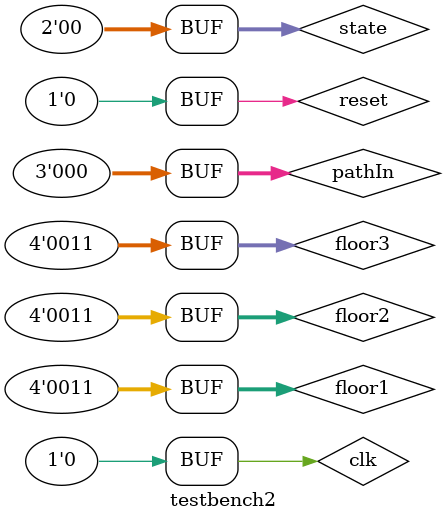
<source format=sv>
`timescale 1ns / 1ps


module testbench2();

logic clk, reset;
logic [1:0] state;
logic [2:0] pathIn;
logic [3:0] floor1;
logic [3:0] floor2;
logic [3:0] floor3;

 nextstatelogic dut( clk , reset , pathIn, state, floor1, floor2, floor3, direction, nextstate, path );

//generate clock
always 
    begin
        clk = 1; #5; clk = 0; #5;
    end
    
    initial 
    begin 
    reset = 1; state = 2'b00; floor1 = 4'b0011; floor2 = 4'b0011; floor3 = 4'b0011; pathIn = 2'b00;
    #100;
    reset = 0; #20;
    end



endmodule

</source>
